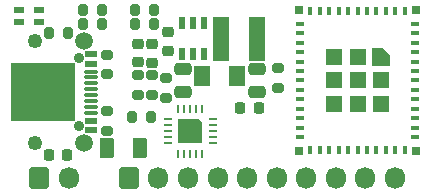
<source format=gbr>
%TF.GenerationSoftware,KiCad,Pcbnew,(6.0.2-0)*%
%TF.CreationDate,2022-03-05T15:00:30+00:00*%
%TF.ProjectId,Generic3,47656e65-7269-4633-932e-6b696361645f,1*%
%TF.SameCoordinates,Original*%
%TF.FileFunction,Soldermask,Top*%
%TF.FilePolarity,Negative*%
%FSLAX46Y46*%
G04 Gerber Fmt 4.6, Leading zero omitted, Abs format (unit mm)*
G04 Created by KiCad (PCBNEW (6.0.2-0)) date 2022-03-05 15:00:30*
%MOMM*%
%LPD*%
G01*
G04 APERTURE LIST*
G04 Aperture macros list*
%AMRoundRect*
0 Rectangle with rounded corners*
0 $1 Rounding radius*
0 $2 $3 $4 $5 $6 $7 $8 $9 X,Y pos of 4 corners*
0 Add a 4 corners polygon primitive as box body*
4,1,4,$2,$3,$4,$5,$6,$7,$8,$9,$2,$3,0*
0 Add four circle primitives for the rounded corners*
1,1,$1+$1,$2,$3*
1,1,$1+$1,$4,$5*
1,1,$1+$1,$6,$7*
1,1,$1+$1,$8,$9*
0 Add four rect primitives between the rounded corners*
20,1,$1+$1,$2,$3,$4,$5,0*
20,1,$1+$1,$4,$5,$6,$7,0*
20,1,$1+$1,$6,$7,$8,$9,0*
20,1,$1+$1,$8,$9,$2,$3,0*%
%AMOutline5P*
0 Free polygon, 5 corners , with rotation*
0 The origin of the aperture is its center*
0 number of corners: always 5*
0 $1 to $10 corner X, Y*
0 $11 Rotation angle, in degrees counterclockwise*
0 create outline with 5 corners*
4,1,5,$1,$2,$3,$4,$5,$6,$7,$8,$9,$10,$1,$2,$11*%
%AMOutline6P*
0 Free polygon, 6 corners , with rotation*
0 The origin of the aperture is its center*
0 number of corners: always 6*
0 $1 to $12 corner X, Y*
0 $13 Rotation angle, in degrees counterclockwise*
0 create outline with 6 corners*
4,1,6,$1,$2,$3,$4,$5,$6,$7,$8,$9,$10,$11,$12,$1,$2,$13*%
%AMOutline7P*
0 Free polygon, 7 corners , with rotation*
0 The origin of the aperture is its center*
0 number of corners: always 7*
0 $1 to $14 corner X, Y*
0 $15 Rotation angle, in degrees counterclockwise*
0 create outline with 7 corners*
4,1,7,$1,$2,$3,$4,$5,$6,$7,$8,$9,$10,$11,$12,$13,$14,$1,$2,$15*%
%AMOutline8P*
0 Free polygon, 8 corners , with rotation*
0 The origin of the aperture is its center*
0 number of corners: always 8*
0 $1 to $16 corner X, Y*
0 $17 Rotation angle, in degrees counterclockwise*
0 create outline with 8 corners*
4,1,8,$1,$2,$3,$4,$5,$6,$7,$8,$9,$10,$11,$12,$13,$14,$15,$16,$1,$2,$17*%
G04 Aperture macros list end*
%ADD10RoundRect,0.225000X0.250000X-0.225000X0.250000X0.225000X-0.250000X0.225000X-0.250000X-0.225000X0*%
%ADD11RoundRect,0.200000X-0.200000X-0.275000X0.200000X-0.275000X0.200000X0.275000X-0.200000X0.275000X0*%
%ADD12RoundRect,0.225000X-0.225000X-0.250000X0.225000X-0.250000X0.225000X0.250000X-0.225000X0.250000X0*%
%ADD13RoundRect,0.200000X-0.275000X0.200000X-0.275000X-0.200000X0.275000X-0.200000X0.275000X0.200000X0*%
%ADD14RoundRect,0.250000X0.375000X0.625000X-0.375000X0.625000X-0.375000X-0.625000X0.375000X-0.625000X0*%
%ADD15RoundRect,0.200000X0.275000X-0.200000X0.275000X0.200000X-0.275000X0.200000X-0.275000X-0.200000X0*%
%ADD16RoundRect,0.249375X-0.463125X-0.625625X0.463125X-0.625625X0.463125X0.625625X-0.463125X0.625625X0*%
%ADD17R,0.600000X1.100000*%
%ADD18R,1.425000X3.700000*%
%ADD19RoundRect,0.250000X-0.475000X0.250000X-0.475000X-0.250000X0.475000X-0.250000X0.475000X0.250000X0*%
%ADD20R,1.140000X0.600000*%
%ADD21RoundRect,0.075000X-0.495000X0.075000X-0.495000X-0.075000X0.495000X-0.075000X0.495000X0.075000X0*%
%ADD22C,0.870000*%
%ADD23C,1.500000*%
%ADD24C,1.250000*%
%ADD25R,5.490000X5.000000*%
%ADD26RoundRect,0.250000X-0.600000X-0.675000X0.600000X-0.675000X0.600000X0.675000X-0.600000X0.675000X0*%
%ADD27O,1.700000X1.850000*%
%ADD28R,0.400000X0.800000*%
%ADD29R,0.800000X0.400000*%
%ADD30R,1.450000X1.450000*%
%ADD31Outline5P,-0.725000X0.130500X-0.130500X0.725000X0.725000X0.725000X0.725000X-0.725000X-0.725000X-0.725000X270.000000*%
%ADD32R,0.700000X0.700000*%
%ADD33RoundRect,0.062500X-0.062500X0.287500X-0.062500X-0.287500X0.062500X-0.287500X0.062500X0.287500X0*%
%ADD34RoundRect,0.062500X-0.287500X0.062500X-0.287500X-0.062500X0.287500X-0.062500X0.287500X0.062500X0*%
%ADD35Outline5P,-1.000000X0.750000X-0.750000X1.000000X1.000000X1.000000X1.000000X-1.000000X-1.000000X-1.000000X270.000000*%
%ADD36R,0.850000X0.500000*%
G04 APERTURE END LIST*
D10*
%TO.C,C1*%
X147750000Y-59325000D03*
X147750000Y-57775000D03*
%TD*%
D11*
%TO.C,R4*%
X140225000Y-56850000D03*
X141875000Y-56850000D03*
%TD*%
D12*
%TO.C,C4*%
X140225000Y-67200000D03*
X141775000Y-67200000D03*
%TD*%
D13*
%TO.C,R1*%
X159650000Y-59825000D03*
X159650000Y-61475000D03*
%TD*%
D14*
%TO.C,D7*%
X147900000Y-66600000D03*
X145100000Y-66600000D03*
%TD*%
D12*
%TO.C,C2*%
X156425000Y-63200000D03*
X157975000Y-63200000D03*
%TD*%
D15*
%TO.C,R12*%
X150100000Y-62325000D03*
X150100000Y-60675000D03*
%TD*%
D10*
%TO.C,U3*%
X150300000Y-56775000D03*
D16*
X153197500Y-60470000D03*
D17*
X153350000Y-58650000D03*
D10*
X150300000Y-58325000D03*
D18*
X154800000Y-57350000D03*
D17*
X153350000Y-55950000D03*
X151450000Y-58650000D03*
X152400000Y-58650000D03*
D19*
X151550000Y-59900000D03*
X151550000Y-61800000D03*
D17*
X152400000Y-55950000D03*
D19*
X157800000Y-61800000D03*
D16*
X156162500Y-60470000D03*
D19*
X157800000Y-59900000D03*
D18*
X157800000Y-57350000D03*
D17*
X151450000Y-55950000D03*
%TD*%
D20*
%TO.C,J3*%
X143810000Y-58650000D03*
X143810000Y-59450000D03*
D21*
X143810000Y-60600000D03*
X143810000Y-61600000D03*
X143810000Y-62100000D03*
X143810000Y-63100000D03*
D20*
X143810000Y-65050000D03*
X143810000Y-64250000D03*
D21*
X143810000Y-63600000D03*
X143810000Y-62600000D03*
X143810000Y-61100000D03*
X143810000Y-60100000D03*
D22*
X142740000Y-64740000D03*
D23*
X143230000Y-57530000D03*
D24*
X139060000Y-57530000D03*
D23*
X143230000Y-66170000D03*
D25*
X139695000Y-61850000D03*
D24*
X139060000Y-66170000D03*
D22*
X142740000Y-58960000D03*
%TD*%
D11*
%TO.C,R3*%
X143075000Y-56100000D03*
X144725000Y-56100000D03*
%TD*%
D10*
%TO.C,C3*%
X148925480Y-59335000D03*
X148925480Y-57785000D03*
%TD*%
D26*
%TO.C,J1*%
X139400000Y-69150000D03*
D27*
X141900000Y-69150000D03*
%TD*%
D11*
%TO.C,R10*%
X147475000Y-54900000D03*
X149125000Y-54900000D03*
%TD*%
D15*
%TO.C,R5*%
X145100000Y-60325000D03*
X145100000Y-58675000D03*
%TD*%
D13*
%TO.C,R8*%
X148925480Y-60425000D03*
X148925480Y-62075000D03*
%TD*%
D28*
%TO.C,U1*%
X170356750Y-54950000D03*
X169556750Y-54950000D03*
X168756750Y-54950000D03*
X167956750Y-54950000D03*
X167156750Y-54950000D03*
X166356750Y-54950000D03*
X165556750Y-54950000D03*
X164756750Y-54950000D03*
X163956750Y-54950000D03*
X163156750Y-54950000D03*
X162356750Y-54950000D03*
D29*
X161456750Y-56050000D03*
X161456750Y-56850000D03*
X161456750Y-57650000D03*
X161456750Y-58450000D03*
X161456750Y-59250000D03*
X161456750Y-60050000D03*
X161456750Y-60850000D03*
X161456750Y-61650000D03*
X161456750Y-62450000D03*
X161456750Y-63250000D03*
X161456750Y-64050000D03*
X161456750Y-64850000D03*
X161456750Y-65650000D03*
D28*
X162356750Y-66750000D03*
X163156750Y-66750000D03*
X163956750Y-66750000D03*
X164756750Y-66750000D03*
X165556750Y-66750000D03*
X166356750Y-66750000D03*
X167156750Y-66750000D03*
X167956750Y-66750000D03*
X168756750Y-66750000D03*
X169556750Y-66750000D03*
X170356750Y-66750000D03*
D29*
X171256750Y-65650000D03*
X171256750Y-64850000D03*
X171256750Y-64050000D03*
X171256750Y-63250000D03*
X171256750Y-62450000D03*
X171256750Y-61650000D03*
X171256750Y-60850000D03*
X171256750Y-60050000D03*
X171256750Y-59250000D03*
X171256750Y-58450000D03*
X171256750Y-57650000D03*
X171256750Y-56850000D03*
X171256750Y-56050000D03*
D30*
X166356750Y-60850000D03*
X164381750Y-58875000D03*
X164381750Y-60850000D03*
X166356750Y-58875000D03*
X168331750Y-60850000D03*
X168331750Y-62825000D03*
D31*
X168331750Y-58875000D03*
D30*
X164381750Y-62825000D03*
X166356750Y-62825000D03*
D32*
X171306750Y-66800000D03*
X161406750Y-66800000D03*
X161406750Y-54900000D03*
X171306750Y-54900000D03*
%TD*%
D26*
%TO.C,J2*%
X147000000Y-69150000D03*
D27*
X149500000Y-69150000D03*
X152000000Y-69150000D03*
X154500000Y-69150000D03*
X157000000Y-69150000D03*
X159500000Y-69150000D03*
X162000000Y-69150000D03*
X164500000Y-69150000D03*
X167000000Y-69150000D03*
X169500000Y-69150000D03*
%TD*%
D33*
%TO.C,U2*%
X153175000Y-63250000D03*
X152675000Y-63250000D03*
X152175000Y-63250000D03*
X151675000Y-63250000D03*
X151175000Y-63250000D03*
D34*
X150275000Y-64150000D03*
X150275000Y-64650000D03*
X150275000Y-65150000D03*
X150275000Y-65650000D03*
X150275000Y-66150000D03*
D33*
X151175000Y-67050000D03*
X151675000Y-67050000D03*
X152175000Y-67050000D03*
X152675000Y-67050000D03*
X153175000Y-67050000D03*
D34*
X154075000Y-66150000D03*
X154075000Y-65650000D03*
X154075000Y-65150000D03*
X154075000Y-64650000D03*
X154075000Y-64150000D03*
D35*
X152175000Y-65150000D03*
%TD*%
D36*
%TO.C,D6*%
X137675000Y-54900000D03*
X139425000Y-54900000D03*
X139425000Y-55900000D03*
X137675000Y-55900000D03*
%TD*%
D11*
%TO.C,R11*%
X147225000Y-63950000D03*
X148875000Y-63950000D03*
%TD*%
%TO.C,R9*%
X147475000Y-56100000D03*
X149125000Y-56100000D03*
%TD*%
D13*
%TO.C,R7*%
X147750000Y-60425000D03*
X147750000Y-62075000D03*
%TD*%
D15*
%TO.C,R6*%
X145100000Y-65125000D03*
X145100000Y-63475000D03*
%TD*%
D11*
%TO.C,R2*%
X143075000Y-54900000D03*
X144725000Y-54900000D03*
%TD*%
M02*

</source>
